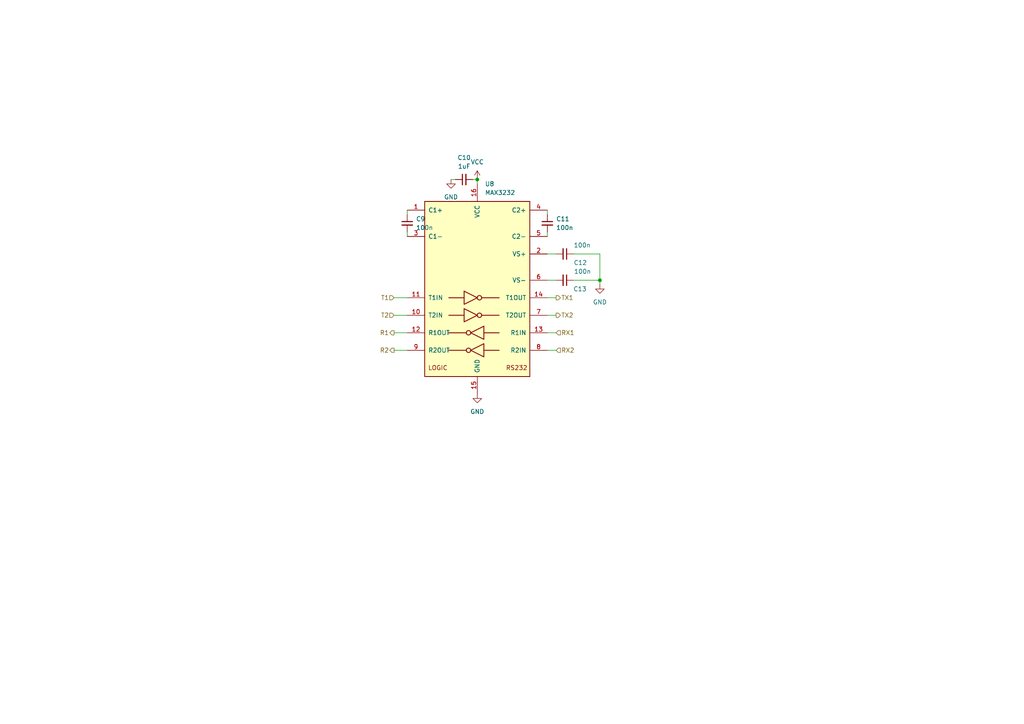
<source format=kicad_sch>
(kicad_sch (version 20230121) (generator eeschema)
  (paper "A4")
  (title_block (title "AYMBEDDED") (date "2024-01-04") (rev "001") (company "Jakub Ladman"))
  (lib_symbols
    (symbol "Device:C_Small" (pin_numbers hide) (pin_names (offset 0.254) hide)
      (property "Reference" "C" (at 0.254 1.778 0))
      (property "Value" "C_Small" (at 0.254 -2.032 0))
      (symbol "C_Small_0_1"
        (polyline (pts (xy -1.524 -0.508) (xy 1.524 -0.508)) (stroke (width 0.3302)))
        (polyline (pts (xy -1.524 0.508) (xy 1.524 0.508)) (stroke (width 0.3048)))
      )
      (symbol "C_Small_1_1"
        (pin passive line (at 0 2.54 270) (length 2.032) (name "~") (number "1"))
        (pin passive line (at 0 -2.54 90) (length 2.032) (name "~") (number "2"))
      )
    )
    (symbol "Interface_UART:MAX3232" (pin_names (offset 1.016))
      (property "Reference" "U" (at -2.54 28.575 0))
      (property "Value" "MAX3232" (at -2.54 26.67 0))
      (symbol "MAX3232_0_0"
        (text "LOGIC" (at -11.43 -22.86 0) (effects (font (size 1.27 1.27))))
        (text "RS232" (at 11.43 -22.86 0) (effects (font (size 1.27 1.27))))
      )
      (symbol "MAX3232_0_1"
        (rectangle (start -15.24 -25.4) (end 15.24 25.4) (stroke (width 0.254)) (fill (type background)))
        (circle (center -2.54 -17.78) (radius 0.635) (stroke (width 0.254)))
        (circle (center -2.54 -12.7) (radius 0.635) (stroke (width 0.254)))
        (polyline (pts (xy -3.81 -7.62) (xy -8.255 -7.62)) (stroke (width 0.254)))
        (polyline (pts (xy -3.81 -2.54) (xy -8.255 -2.54)) (stroke (width 0.254)))
        (polyline (pts (xy -3.175 -17.78) (xy -8.255 -17.78)) (stroke (width 0.254)))
        (polyline (pts (xy -3.175 -12.7) (xy -8.255 -12.7)) (stroke (width 0.254)))
        (polyline (pts (xy 1.27 -7.62) (xy 6.35 -7.62)) (stroke (width 0.254)))
        (polyline (pts (xy 1.27 -2.54) (xy 6.35 -2.54)) (stroke (width 0.254)))
        (polyline (pts (xy 1.905 -17.78) (xy 6.35 -17.78)) (stroke (width 0.254)))
        (polyline (pts (xy 1.905 -12.7) (xy 6.35 -12.7)) (stroke (width 0.254)))
        (polyline (pts (xy -3.81 -5.715) (xy -3.81 -9.525) (xy 0 -7.62) (xy -3.81 -5.715)) (stroke (width 0.254)))
        (polyline (pts (xy -3.81 -0.635) (xy -3.81 -4.445) (xy 0 -2.54) (xy -3.81 -0.635)) (stroke (width 0.254)))
        (polyline (pts (xy 1.905 -15.875) (xy 1.905 -19.685) (xy -1.905 -17.78) (xy 1.905 -15.875)) (stroke (width 0.254)))
        (polyline (pts (xy 1.905 -10.795) (xy 1.905 -14.605) (xy -1.905 -12.7) (xy 1.905 -10.795)) (stroke (width 0.254)))
        (circle (center 0.635 -7.62) (radius 0.635) (stroke (width 0.254)))
        (circle (center 0.635 -2.54) (radius 0.635) (stroke (width 0.254)))
      )
      (symbol "MAX3232_1_1"
        (pin passive line (at -20.32 22.86 0) (length 5.08) (name "C1+") (number "1"))
        (pin input line (at -20.32 -7.62 0) (length 5.08) (name "T2IN") (number "10"))
        (pin input line (at -20.32 -2.54 0) (length 5.08) (name "T1IN") (number "11"))
        (pin output line (at -20.32 -12.7 0) (length 5.08) (name "R1OUT") (number "12"))
        (pin input line (at 20.32 -12.7 180) (length 5.08) (name "R1IN") (number "13"))
        (pin output line (at 20.32 -2.54 180) (length 5.08) (name "T1OUT") (number "14"))
        (pin power_in line (at 0 -30.48 90) (length 5.08) (name "GND") (number "15"))
        (pin power_in line (at 0 30.48 270) (length 5.08) (name "VCC") (number "16"))
        (pin power_out line (at 20.32 10.16 180) (length 5.08) (name "VS+") (number "2"))
        (pin passive line (at -20.32 15.24 0) (length 5.08) (name "C1-") (number "3"))
        (pin passive line (at 20.32 22.86 180) (length 5.08) (name "C2+") (number "4"))
        (pin passive line (at 20.32 15.24 180) (length 5.08) (name "C2-") (number "5"))
        (pin power_out line (at 20.32 2.54 180) (length 5.08) (name "VS-") (number "6"))
        (pin output line (at 20.32 -7.62 180) (length 5.08) (name "T2OUT") (number "7"))
        (pin input line (at 20.32 -17.78 180) (length 5.08) (name "R2IN") (number "8"))
        (pin output line (at -20.32 -17.78 0) (length 5.08) (name "R2OUT") (number "9"))
      )
    )
    (symbol "power:GND" (power) (pin_names (offset 0))
      (property "Value" "GND" (at 0 -3.81 0))
      (symbol "GND_0_1"
        (polyline (pts (xy 0 0) (xy 0 -1.27) (xy 1.27 -1.27) (xy 0 -2.54) (xy -1.27 -1.27) (xy 0 -1.27)))
      )
      (symbol "GND_1_1"
        (pin power_in line (at 0 0 270) (length 0) hide (name "GND") (number "1"))
      )
    )
    (symbol "power:VCC" (power) (pin_names (offset 0))
      (property "Value" "VCC" (at 0 3.81 0))
      (symbol "VCC_0_1"
        (polyline (pts (xy -0.762 1.27) (xy 0 2.54)))
        (polyline (pts (xy 0 0) (xy 0 2.54)))
        (polyline (pts (xy 0 2.54) (xy 0.762 1.27)))
      )
      (symbol "VCC_1_1"
        (pin power_in line (at 0 0 90) (length 0) hide (name "VCC") (number "1"))
      )
    )
  )
  (junction (at 138.43 52.07))
  (junction (at 173.99 81.28))
  (wire (pts (xy 158.75 96.52) (xy 161.29 96.52)))
  (wire (pts (xy 114.3 101.6) (xy 118.11 101.6)))
  (wire (pts (xy 158.75 73.66) (xy 161.29 73.66)))
  (wire (pts (xy 118.11 60.96) (xy 118.11 62.23)))
  (wire (pts (xy 114.3 86.36) (xy 118.11 86.36)))
  (wire (pts (xy 114.3 96.52) (xy 118.11 96.52)))
  (wire (pts (xy 118.11 67.31) (xy 118.11 68.58)))
  (wire (pts (xy 166.37 81.28) (xy 173.99 81.28)))
  (wire (pts (xy 137.16 52.07) (xy 138.43 52.07)))
  (wire (pts (xy 173.99 81.28) (xy 173.99 73.66)))
  (wire (pts (xy 114.3 91.44) (xy 118.11 91.44)))
  (wire (pts (xy 158.75 81.28) (xy 161.29 81.28)))
  (wire (pts (xy 138.43 52.07) (xy 138.43 53.34)))
  (wire (pts (xy 158.75 86.36) (xy 161.29 86.36)))
  (wire (pts (xy 158.75 91.44) (xy 161.29 91.44)))
  (wire (pts (xy 173.99 82.55) (xy 173.99 81.28)))
  (wire (pts (xy 158.75 67.31) (xy 158.75 68.58)))
  (wire (pts (xy 132.08 52.07) (xy 130.81 52.07)))
  (wire (pts (xy 158.75 60.96) (xy 158.75 62.23)))
  (wire (pts (xy 158.75 101.6) (xy 161.29 101.6)))
  (wire (pts (xy 166.37 73.66) (xy 173.99 73.66)))
  (hierarchical_label "RX2" (shape input) (at 161.29 101.6 0))
  (hierarchical_label "TX2" (shape output) (at 161.29 91.44 0))
  (hierarchical_label "RX1" (shape input) (at 161.29 96.52 0))
  (hierarchical_label "R2" (shape output) (at 114.3 101.6 180))
  (hierarchical_label "T2" (shape input) (at 114.3 91.44 180))
  (hierarchical_label "R1" (shape output) (at 114.3 96.52 180))
  (hierarchical_label "TX1" (shape output) (at 161.29 86.36 0))
  (hierarchical_label "T1" (shape input) (at 114.3 86.36 180))
  (symbol (lib_id "Device:C_Small") (at 158.75 64.77 0) (unit 1)
    (property "Reference" "C11" (at 161.29 63.5063 0) (effects (justify left)))
    (property "Value" "100n" (at 161.29 66.0463 0) (effects (justify left)))
    (property "Footprint" "Capacitor_SMD:C_0603_1608Metric" (effects hide))
    (instances (project "aymbedded" (path "" (reference "C11") (unit 1)) (path "" (reference "C16") (unit 1))))
  )
  (symbol (lib_id "power:GND") (at 138.43 114.3 0) (unit 1)
    (property "Reference" "#PWR033" (effects hide))
    (property "Value" "GND" (at 138.43 119.38 0))
    (instances (project "aymbedded" (path "" (reference "#PWR033") (unit 1)) (path "" (reference "#PWR037") (unit 1))))
  )
  (symbol (lib_id "Device:C_Small") (at 134.62 52.07 90) (unit 1)
    (property "Reference" "C10" (at 134.6263 45.72 90))
    (property "Value" "1uF" (at 134.6263 48.26 90))
    (property "Footprint" "Capacitor_SMD:C_0603_1608Metric" (effects hide))
    (instances (project "aymbedded" (path "" (reference "C10") (unit 1)) (path "" (reference "C15") (unit 1))))
  )
  (symbol (lib_id "Device:C_Small") (at 163.83 73.66 270) (unit 1)
    (property "Reference" "C12" (at 166.37 76.2 90) (effects (justify left)))
    (property "Value" "100n" (at 166.37 71.12 90) (effects (justify left)))
    (property "Footprint" "Capacitor_SMD:C_0603_1608Metric" (effects hide))
    (instances (project "aymbedded" (path "" (reference "C12") (unit 1)) (path "" (reference "C17") (unit 1))))
  )
  (symbol (lib_id "Device:C_Small") (at 163.83 81.28 270) (unit 1)
    (property "Reference" "C13" (at 170.18 83.82 90) (effects (justify right)))
    (property "Value" "100n" (at 171.45 78.74 90) (effects (justify right)))
    (property "Footprint" "Capacitor_SMD:C_0603_1608Metric" (effects hide))
    (instances (project "aymbedded" (path "" (reference "C13") (unit 1)) (path "" (reference "C18") (unit 1))))
  )
  (symbol (lib_id "Interface_UART:MAX3232") (at 138.43 83.82 0) (unit 1)
    (property "Reference" "U8" (at 140.6241 53.34 0) (effects (justify left)))
    (property "Value" "MAX3232" (at 140.6241 55.88 0) (effects (justify left)))
    (property "Footprint" "Package_SO:SO-16_3.9x9.9mm_P1.27mm" (effects hide))
    (property "Datasheet" "https://datasheets.maximintegrated.com/en/ds/MAX3222-MAX3241.pdf" (effects hide))
    (instances (project "aymbedded" (path "" (reference "U8") (unit 1)) (path "" (reference "U7") (unit 1))))
  )
  (symbol (lib_id "power:VCC") (at 138.43 52.07 0) (unit 1)
    (property "Reference" "#PWR032" (effects hide))
    (property "Value" "VCC" (at 138.43 46.99 0))
    (instances (project "aymbedded" (path "" (reference "#PWR032") (unit 1)) (path "" (reference "#PWR036") (unit 1))))
  )
  (symbol (lib_id "Device:C_Small") (at 118.11 64.77 0) (unit 1)
    (property "Reference" "C9" (at 120.65 63.5063 0) (effects (justify left)))
    (property "Value" "100n" (at 120.65 66.0463 0) (effects (justify left)))
    (property "Footprint" "Capacitor_SMD:C_0603_1608Metric" (effects hide))
    (instances (project "aymbedded" (path "" (reference "C9") (unit 1)) (path "" (reference "C14") (unit 1))))
  )
  (symbol (lib_id "power:GND") (at 130.81 52.07 0) (unit 1)
    (property "Reference" "#PWR031" (effects hide))
    (property "Value" "GND" (at 130.81 57.15 0))
    (instances (project "aymbedded" (path "" (reference "#PWR031") (unit 1)) (path "" (reference "#PWR035") (unit 1))))
  )
  (symbol (lib_id "power:GND") (at 173.99 82.55 0) (unit 1)
    (property "Reference" "#PWR034" (effects hide))
    (property "Value" "GND" (at 173.99 87.63 0))
    (instances (project "aymbedded" (path "" (reference "#PWR034") (unit 1)) (path "" (reference "#PWR038") (unit 1))))
  )
)
</source>
